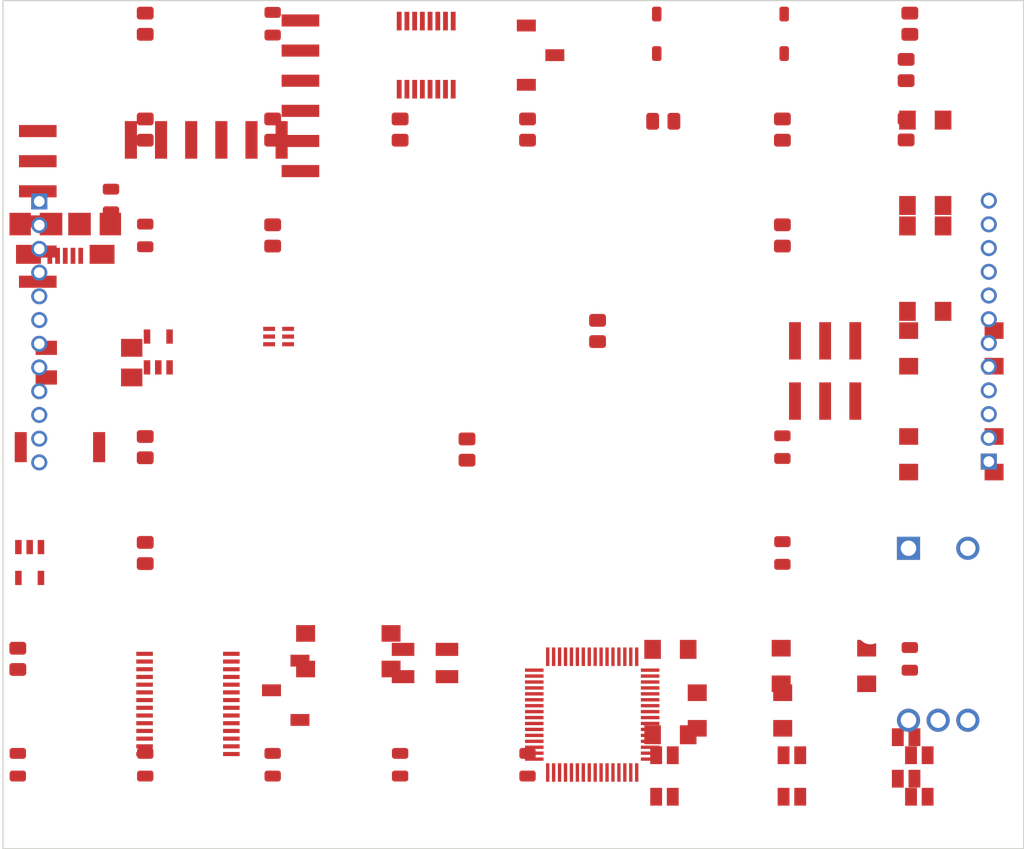
<source format=kicad_pcb>
(kicad_pcb (version 20171130) (host pcbnew "(5.1.4-0-10_14)")
  (layers (0 Top signal) (1 Route2 signal) (2 Route15 signal) (31 Bottom signal) (34 B.Paste user) (35 F.Paste user) (36 B.SilkS user) (37 F.SilkS user) (38 B.Mask user) (39 F.Mask user) (44 Edge.Cuts user))
  (net 0 "")
  (net 1 GND)
  (net 2 3V3)
  (net 3 VBAT)
  (net 4 "Net-(B2-Pad4)")
  (net 5 "Net-(B2-Pad3)")
  (net 6 "Net-(B2-Pad2)")
  (net 7 "Net-(A1-PadFEED)")
  (net 8 "Net-(C14-Pad1)")
  (net 9 "Net-(C15-Pad1)")
  (net 10 "Net-(C11-Pad1)")
  (net 11 "Net-(C13-Pad1)")
  (net 12 "Net-(D6-PadC1)")
  (net 13 /RESET)
  (net 14 /THROTTLE)
  (net 15 /YAW)
  (net 16 /BTN_CENTER)
  (net 17 /BTN_RIGHT)
  (net 18 /BTN_LEFT)
  (net 19 /BTN_UP)
  (net 20 /RXI-0)
  (net 21 /TXO-0)
  (net 22 /E1-B)
  (net 23 /E1-A)
  (net 24 /MISO)
  (net 25 /MOSI)
  (net 26 /SCK)
  (net 27 /BTN_DOWN)
  (net 28 /E1-BUT)
  (net 29 /BTN2/SDA)
  (net 30 /BTN1/SCL)
  (net 31 /PITCH)
  (net 32 /RF)
  (net 33 "Net-(D6-PadA1)")
  (net 34 "Net-(D6-PadA2)")
  (net 35 /ROLL)
  (net 36 /DTR-0)
  (net 37 /VREG_IN)
  (net 38 /RXI)
  (net 39 /FTDI_OUT)
  (net 40 /TXLED)
  (net 41 /RXLED)
  (net 42 /DTR)
  (net 43 /USB_D_N)
  (net 44 /USB_D_P)
  (net 45 /CTS)
  (net 46 /TXO)
  (net 47 "Net-(R7-Pad1)")
  (net 48 /VBUS)
  (net 49 "Net-(B3-Pad1A)")
  (net 50 "Net-(R1-Pad2)")
  (net 51 "Net-(D1-PadC2)")
  (net 52 "Net-(D4-PadC1)")
  (net 53 /RXI-1)
  (net 54 /TXO-1)
  (net 55 "Net-(S2-Pad2)")
  (net 56 /DTR-1)
  (net 57 /CTS-1)
  (net 58 /GREF)
  (net 59 "Net-(D6-PadC2)")
  (net 60 "Net-(D5-PadA2)")
  (net 61 "Net-(D5-PadA1)")
  (net 62 "Net-(D1-PadA1)")
  (net 63 "Net-(D4-PadC2)")
  (module controller_board:2X-SERVO-SMD (layer Top) (at 119.500000 77.225000 90.000000)
    (fp_text reference J7 hide)
    (fp_text value FRSKY-GIMBAL-2X-SERVO-SMD hide)
    (pad 6 smd rect (at 6.55 11.065 180.000000) (size 3.17 1.02) (layers Top F.Mask F.Paste) (net 1 GND))
    (pad V smd rect (at 4.01 11.065 180.000000) (size 3.17 1.02) (layers Top F.Mask F.Paste) (net 14 /THROTTLE))
    (pad 4 smd rect (at 1.47 11.065 180.000000) (size 3.17 1.02) (layers Top F.Mask F.Paste) (net 58 /GREF))
    (pad 3 smd rect (at -1.07 11.065 180.000000) (size 3.17 1.02) (layers Top F.Mask F.Paste) (net 1 GND))
    (pad H smd rect (at -3.61 11.065 180.000000) (size 3.17 1.02) (layers Top F.Mask F.Paste) (net 15 /YAW))
    (pad 1 smd rect (at -6.15 11.065 180.000000) (size 3.17 1.02) (layers Top F.Mask F.Paste) (net 58 /GREF))
  )
  (module controller_board:2X-SERVO-SMD (layer Top) (at 119.500000 86.150000 270.000000)
    (fp_text reference J8 hide)
    (fp_text value FRSKY-GIMBAL-2X-SERVO-SMD hide)
    (pad 6 smd rect (at 6.55 11.065) (size 3.17 1.02) (layers Top F.Mask F.Paste) (net 1 GND))
    (pad V smd rect (at 4.01 11.065) (size 3.17 1.02) (layers Top F.Mask F.Paste) (net 31 /PITCH))
    (pad 4 smd rect (at 1.47 11.065) (size 3.17 1.02) (layers Top F.Mask F.Paste) (net 58 /GREF))
    (pad 3 smd rect (at -1.07 11.065) (size 3.17 1.02) (layers Top F.Mask F.Paste) (net 1 GND))
    (pad H smd rect (at -3.61 11.065) (size 3.17 1.02) (layers Top F.Mask F.Paste) (net 35 /ROLL))
    (pad 1 smd rect (at -6.15 11.065) (size 3.17 1.02) (layers Top F.Mask F.Paste) (net 58 /GREF))
  )
  (module controller_board:USB-MICROA-10118192-0001LF (layer Top) (at 110.750000 89.500000 180.000000)
    (fp_text reference J1 hide)
    (fp_text value USB-MICROA-AMPHENOL-10118192-0001LF hide)
    (pad 9 smd rect (at 1.2 1.659 180.000000) (size 1.9 1.9) (layers Top F.Mask F.Paste) (net 1 GND))
    (pad 8 smd rect (at -3.8 1.659 180.000000) (size 1.8 1.9) (layers Top F.Mask F.Paste) (net 1 GND))
    (pad 7 smd rect (at -3.1 -0.891 180.000000) (size 2.1 1.6) (layers Top F.Mask F.Paste) (net 1 GND))
    (pad 6 smd rect (at 3.1 -0.891 180.000000) (size 2.1 1.6) (layers Top F.Mask F.Paste) (net 1 GND))
    (pad 5 smd rect (at 1.3 -1.016 180.000000) (size 0.4 1.35) (layers Top F.Mask F.Paste) (net 1 GND))
    (pad 4 smd rect (at 0.65 -1.016 180.000000) (size 0.4 1.35) (layers Top F.Mask F.Paste))
    (pad 3 smd rect (at 0 -1.016 180.000000) (size 0.4 1.35) (layers Top F.Mask F.Paste) (net 44 /USB_D_P))
    (pad 2 smd rect (at -0.65 -1.016 180.000000) (size 0.4 1.35) (layers Top F.Mask F.Paste) (net 43 /USB_D_N))
    (pad 11 smd rect (at 3.8 1.659 180.000000) (size 1.8 1.9) (layers Top F.Mask F.Paste) (net 1 GND))
    (pad 10 smd rect (at -1.2 1.659 180.000000) (size 1.9 1.9) (layers Top F.Mask F.Paste) (net 1 GND))
    (pad 1 smd rect (at -1.3 -1.016 180.000000) (size 0.4 1.35) (layers Top F.Mask F.Paste) (net 48 /VBUS))
  )
  (module controller_board:JST-13-PTH (layer Top) (at 188.568000 96.721600 90.000000)
    (fp_text reference J3 hide)
    (fp_text value 2.4K hide)
    (pad V thru_hole circle (at -9.144 0 90.000000) (size 1.35 1.35) (drill 0.9) (layers *.Cu *.Mask) (net 31 /PITCH))
    (pad H thru_hole circle (at -3.144 0 90.000000) (size 1.35 1.35) (drill 0.9) (layers *.Cu *.Mask) (net 35 /ROLL))
    (pad 9 thru_hole circle (at 4.856 0 90.000000) (size 1.35 1.35) (drill 0.9) (layers *.Cu *.Mask))
    (pad 8 thru_hole circle (at 2.856 0 90.000000) (size 1.35 1.35) (drill 0.9) (layers *.Cu *.Mask))
    (pad 7 thru_hole circle (at 0.856 0 90.000000) (size 1.35 1.35) (drill 0.9) (layers *.Cu *.Mask))
    (pad 6 thru_hole circle (at -1.144 0 90.000000) (size 1.35 1.35) (drill 0.9) (layers *.Cu *.Mask) (net 1 GND))
    (pad 4 thru_hole circle (at -5.144 0 90.000000) (size 1.35 1.35) (drill 0.9) (layers *.Cu *.Mask) (net 58 /GREF))
    (pad 3 thru_hole circle (at -7.144 0 90.000000) (size 1.35 1.35) (drill 0.9) (layers *.Cu *.Mask) (net 1 GND))
    (pad 12 thru_hole circle (at 10.856 0 90.000000) (size 1.35 1.35) (drill 0.9) (layers *.Cu *.Mask))
    (pad 11 thru_hole circle (at 8.856 0 90.000000) (size 1.35 1.35) (drill 0.9) (layers *.Cu *.Mask))
    (pad 10 thru_hole circle (at 6.856 0 90.000000) (size 1.35 1.35) (drill 0.9) (layers *.Cu *.Mask))
    (pad 1 thru_hole rect (at -11.144 0 90.000000) (size 1.35 1.35) (drill 0.9) (layers *.Cu *.Mask) (net 58 /GREF))
  )
  (module controller_board:JST-13-PTH (layer Top) (at 108.558000 97.077200 270.000000)
    (fp_text reference J2 hide)
    (fp_text value 2.4K hide)
    (pad V thru_hole circle (at -9.144 0 270.000000) (size 1.35 1.35) (drill 0.9) (layers *.Cu *.Mask) (net 14 /THROTTLE))
    (pad H thru_hole circle (at -3.144 0 270.000000) (size 1.35 1.35) (drill 0.9) (layers *.Cu *.Mask) (net 15 /YAW))
    (pad 9 thru_hole circle (at 4.856 0 270.000000) (size 1.35 1.35) (drill 0.9) (layers *.Cu *.Mask))
    (pad 8 thru_hole circle (at 2.856 0 270.000000) (size 1.35 1.35) (drill 0.9) (layers *.Cu *.Mask))
    (pad 7 thru_hole circle (at 0.856 0 270.000000) (size 1.35 1.35) (drill 0.9) (layers *.Cu *.Mask))
    (pad 6 thru_hole circle (at -1.144 0 270.000000) (size 1.35 1.35) (drill 0.9) (layers *.Cu *.Mask) (net 1 GND))
    (pad 4 thru_hole circle (at -5.144 0 270.000000) (size 1.35 1.35) (drill 0.9) (layers *.Cu *.Mask) (net 58 /GREF))
    (pad 3 thru_hole circle (at -7.144 0 270.000000) (size 1.35 1.35) (drill 0.9) (layers *.Cu *.Mask) (net 1 GND))
    (pad 12 thru_hole circle (at 10.856 0 270.000000) (size 1.35 1.35) (drill 0.9) (layers *.Cu *.Mask))
    (pad 11 thru_hole circle (at 8.856 0 270.000000) (size 1.35 1.35) (drill 0.9) (layers *.Cu *.Mask))
    (pad 10 thru_hole circle (at 6.856 0 270.000000) (size 1.35 1.35) (drill 0.9) (layers *.Cu *.Mask))
    (pad 1 thru_hole rect (at -11.144 0 270.000000) (size 1.35 1.35) (drill 0.9) (layers *.Cu *.Mask) (net 58 /GREF))
  )
  (module controller_board:FTDI-BASIC-SMD (layer Top) (at 122.629600 76.300000)
    (fp_text reference JP1 hide)
    (fp_text value FTDI_BASIC-SMD hide)
    (pad DTR smd rect (at 6.35 4.445 90.000000) (size 3.17 1.02) (layers Top F.Mask F.Paste) (net 56 /DTR-1))
    (pad RXI smd rect (at 3.81 4.445 90.000000) (size 3.17 1.02) (layers Top F.Mask F.Paste) (net 53 /RXI-1))
    (pad TXO smd rect (at 1.27 4.445 90.000000) (size 3.17 1.02) (layers Top F.Mask F.Paste) (net 54 /TXO-1))
    (pad VCC smd rect (at -1.27 4.445 90.000000) (size 3.17 1.02) (layers Top F.Mask F.Paste) (net 2 3V3))
    (pad CTS smd rect (at -3.81 4.445 90.000000) (size 3.17 1.02) (layers Top F.Mask F.Paste) (net 57 /CTS-1))
    (pad GND smd rect (at -6.35 4.445 90.000000) (size 3.17 1.02) (layers Top F.Mask F.Paste) (net 1 GND))
  )
  (module controller_board:WIRE-TERMINAL-1X2-2.5MM-SMD-AVX-009276002021106 (layer Top) (at 112.750000 99.525000)
    (fp_text reference B3 hide)
    (fp_text value BATTERY-SPRING-SMD hide)
    (pad 2A smd rect (at 3.6 -1.25 270.000000) (size 1.5 1.8) (layers Top F.Mask F.Paste) (net 1 GND))
    (pad 1A smd rect (at 3.6 1.25 270.000000) (size 1.5 1.8) (layers Top F.Mask F.Paste) (net 49 "Net-(B3-Pad1A)"))
    (pad 1B smd rect (at -3.6 1.25 270.000000) (size 1.2 1.8) (layers Top F.Mask F.Paste) (net 49 "Net-(B3-Pad1A)"))
    (pad 2B smd rect (at -3.6 -1.25 270.000000) (size 1.2 1.8) (layers Top F.Mask F.Paste) (net 1 GND))
  )
  (module controller_board:ANT-2.4GHZ-6.5X2.2MM (layer Top) (at 110.300000 106.650000 180.000000)
    (fp_text reference A1 hide)
    (fp_text value ANTENNA-CHIP hide)
    (pad NC smd rect (at 3.302 0) (size 1.016 2.54) (layers Top F.Mask F.Paste))
    (pad FEED smd rect (at -3.302 0) (size 1.016 2.54) (layers Top F.Mask F.Paste) (net 7 "Net-(A1-PadFEED)"))
  )
  (module controller_board:SOT23-DBV (layer Top) (at 107.750000 116.375000 180.000000)
    (fp_text reference U1 hide)
    (fp_text value 3.3V hide)
    (pad 5 smd rect (at -0.95 -1.3 180.000000) (size 0.55 1.2) (layers Top F.Mask F.Paste) (net 2 3V3))
    (pad 4 smd rect (at 0.95 -1.3 180.000000) (size 0.55 1.2) (layers Top F.Mask F.Paste))
    (pad 3 smd rect (at 0.95 1.3 180.000000) (size 0.55 1.2) (layers Top F.Mask F.Paste) (net 37 /VREG_IN))
    (pad 2 smd rect (at 0 1.3 180.000000) (size 0.55 1.2) (layers Top F.Mask F.Paste) (net 1 GND))
    (pad 1 smd rect (at -0.95 1.3 180.000000) (size 0.55 1.2) (layers Top F.Mask F.Paste) (net 37 /VREG_IN))
  )
  (module controller_board:CAPC2012X140_HS (layer Top) (at 106.750000 124.500000 90.000000)
    (fp_text reference C17 hide)
    (fp_text value 1uF hide)
    (pad 2 smd roundrect (at 0.895 0 90.000000) (size 1.08 1.42) (layers Top) (roundrect_rratio 0.23) (net 1 GND))
    (pad 1 smd roundrect (at -0.895 0 270.000000) (size 1.08 1.42) (layers Top) (roundrect_rratio 0.23) (net 2 3V3))
  )
  (module controller_board:CAPC2012X140_HS (layer Top) (at 144.601100 106.853600 270.000000)
    (fp_text reference C10 hide)
    (fp_text value 1uF hide)
    (pad 2 smd roundrect (at 0.895 0 270.000000) (size 1.08 1.42) (layers Top) (roundrect_rratio 0.23) (net 1 GND))
    (pad 1 smd roundrect (at -0.895 0 90.000000) (size 1.08 1.42) (layers Top) (roundrect_rratio 0.23) (net 37 /VREG_IN))
  )
  (module controller_board:RESC2012X60_HS (layer Top) (at 106.750000 133.425000 270.000000)
    (fp_text reference R17 hide)
    (fp_text value 510 hide)
    (pad 2 smd roundrect (at 0.955 0 270.000000) (size 0.92 1.38) (layers Top) (net 59 "Net-(D6-PadC2)"))
    (pad 1 smd roundrect (at -0.955 0 90.000000) (size 0.92 1.38) (layers Top) (net 1 GND))
  )
  (module controller_board:RESC2012X60_HS (layer Top) (at 117.487638 133.425000 90.000000)
    (fp_text reference R14 hide)
    (fp_text value 510 hide)
    (pad 2 smd roundrect (at 0.955 0 90.000000) (size 0.92 1.38) (layers Top) (net 2 3V3))
    (pad 1 smd roundrect (at -0.955 0 270.000000) (size 0.92 1.38) (layers Top) (net 61 "Net-(D5-PadA1)"))
  )
  (module controller_board:RESC2012X60_HS (layer Top) (at 128.225275 133.425000 270.000000)
    (fp_text reference R3 hide)
    (fp_text value 510 hide)
    (pad 2 smd roundrect (at 0.955 0 270.000000) (size 0.92 1.38) (layers Top) (net 50 "Net-(R1-Pad2)"))
    (pad 1 smd roundrect (at -0.955 0 90.000000) (size 0.92 1.38) (layers Top) (net 62 "Net-(D1-PadA1)"))
  )
  (module controller_board:RESC2012X60_HS (layer Top) (at 138.962913 133.425000 270.000000)
    (fp_text reference R16 hide)
    (fp_text value 510 hide)
    (pad 2 smd roundrect (at 0.955 0 270.000000) (size 0.92 1.38) (layers Top) (net 63 "Net-(D4-PadC2)"))
    (pad 1 smd roundrect (at -0.955 0 90.000000) (size 0.92 1.38) (layers Top) (net 1 GND))
  )
  (module controller_board:RESC2012X60_HS (layer Top) (at 149.700550 133.425000 90.000000)
    (fp_text reference R13 hide)
    (fp_text value 510 hide)
    (pad 2 smd roundrect (at 0.955 0 90.000000) (size 0.92 1.38) (layers Top) (net 2 3V3))
    (pad 1 smd roundrect (at -0.955 0 270.000000) (size 0.92 1.38) (layers Top) (net 60 "Net-(D5-PadA2)"))
  )
  (module controller_board:LED-2X-LTST-C155 (layer Top) (at 161.238187 134.375000 270.000000)
    (fp_text reference D4 hide)
    (fp_text value LED-2X-GREEN_RED hide)
    (pad C2 smd rect (at 1.75 0.7 270.000000) (size 1.5 1) (layers Top F.Mask F.Paste) (net 63 "Net-(D4-PadC2)"))
    (pad C1 smd rect (at 1.75 -0.7 270.000000) (size 1.5 1) (layers Top F.Mask F.Paste) (net 52 "Net-(D4-PadC1)"))
    (pad A2 smd rect (at -1.75 0.7 270.000000) (size 1.5 1) (layers Top F.Mask F.Paste) (net 2 3V3))
    (pad A1 smd rect (at -1.75 -0.7 270.000000) (size 1.5 1) (layers Top F.Mask F.Paste) (net 32 /RF))
  )
  (module controller_board:LED-2X-LTST-C155 (layer Top) (at 171.975825 134.375000 270.000000)
    (fp_text reference D1 hide)
    (fp_text value LED-2X-GREEN_RED hide)
    (pad C2 smd rect (at 1.75 0.7 270.000000) (size 1.5 1) (layers Top F.Mask F.Paste) (net 51 "Net-(D1-PadC2)"))
    (pad C1 smd rect (at 1.75 -0.7 270.000000) (size 1.5 1) (layers Top F.Mask F.Paste) (net 1 GND))
    (pad A2 smd rect (at -1.75 0.7 270.000000) (size 1.5 1) (layers Top F.Mask F.Paste) (net 48 /VBUS))
    (pad A1 smd rect (at -1.75 -0.7 270.000000) (size 1.5 1) (layers Top F.Mask F.Paste) (net 62 "Net-(D1-PadA1)"))
  )
  (module controller_board:LED-2X-LTST-C155 (layer Top) (at 181.601100 132.853600 270.000000)
    (fp_text reference D5 hide)
    (fp_text value LED-2X-GREEN_RED hide)
    (pad C2 smd rect (at 1.75 0.7 270.000000) (size 1.5 1) (layers Top F.Mask F.Paste) (net 41 /RXLED))
    (pad C1 smd rect (at 1.75 -0.7 270.000000) (size 1.5 1) (layers Top F.Mask F.Paste) (net 40 /TXLED))
    (pad A2 smd rect (at -1.75 0.7 270.000000) (size 1.5 1) (layers Top F.Mask F.Paste) (net 60 "Net-(D5-PadA2)"))
    (pad A1 smd rect (at -1.75 -0.7 270.000000) (size 1.5 1) (layers Top F.Mask F.Paste) (net 61 "Net-(D5-PadA1)"))
  )
  (module controller_board:LED-2X-LTST-C155 (layer Top) (at 182.713462 134.375000 270.000000)
    (fp_text reference D6 hide)
    (fp_text value LED-2X-GREEN_RED hide)
    (pad C2 smd rect (at 1.75 0.7 270.000000) (size 1.5 1) (layers Top F.Mask F.Paste) (net 59 "Net-(D6-PadC2)"))
    (pad C1 smd rect (at 1.75 -0.7 270.000000) (size 1.5 1) (layers Top F.Mask F.Paste) (net 12 "Net-(D6-PadC1)"))
    (pad A2 smd rect (at -1.75 0.7 270.000000) (size 1.5 1) (layers Top F.Mask F.Paste) (net 34 "Net-(D6-PadA2)"))
    (pad A1 smd rect (at -1.75 -0.7 270.000000) (size 1.5 1) (layers Top F.Mask F.Paste) (net 33 "Net-(D6-PadA1)"))
  )
  (module controller_board:RESC2012X60_HS (layer Top) (at 181.913463 124.500000 90.000000)
    (fp_text reference R8 hide)
    (fp_text value 1.2K hide)
    (pad 2 smd roundrect (at 0.955 0 90.000000) (size 0.92 1.38) (layers Top) (net 2 3V3))
    (pad 1 smd roundrect (at -0.955 0 270.000000) (size 0.92 1.38) (layers Top) (net 58 /GREF))
  )
  (module controller_board:BOURNS-PEC12R (layer Top) (at 184.301100 122.175000)
    (fp_text reference E1 hide)
    (fp_text value ROTARY-ENCODER-W_BUTTON-BOURNS-PEC12R-4217F hide)
    (pad C thru_hole circle (at 0 7.5) (size 1.95 1.95) (drill 1.3) (layers *.Cu *.Mask) (net 1 GND))
    (pad BUTB thru_hole circle (at 2.5 -7) (size 1.95 1.95) (drill 1.3) (layers *.Cu *.Mask) (net 1 GND))
    (pad BUTA thru_hole rect (at -2.5 -7) (size 1.95 1.95) (drill 1.3) (layers *.Cu *.Mask) (net 28 /E1-BUT))
    (pad B thru_hole circle (at 2.5 7.5) (size 1.95 1.95) (drill 1.3) (layers *.Cu *.Mask) (net 22 /E1-B))
    (pad A thru_hole circle (at -2.5 7.5) (size 1.95 1.95) (drill 1.3) (layers *.Cu *.Mask) (net 23 /E1-A))
    (pad "" np_thru_hole circle (at 5.7 0) (size 2.2 2.2) (drill 2.2) (layers *.Cu *.Mask))
    (pad "" np_thru_hole circle (at -5.7 0) (size 2.2 2.2) (drill 2.2) (layers *.Cu *.Mask))
  )
  (module controller_board:4.5MM_TACTILE_SWITCH_TL3305AF160QG (layer Top) (at 185.413463 107.250000 180.000000)
    (fp_text reference B6 hide)
    (fp_text value PUSHBUTTON_-4.5X4.5 hide)
    (pad 4 smd rect (at 3.6 -1.5 270.000000) (size 1.4 1.6) (layers Top F.Mask F.Paste) (net 1 GND))
    (pad 3 smd rect (at -3.6 -1.5 270.000000) (size 1.4 1.6) (layers Top F.Mask F.Paste) (net 1 GND))
    (pad 2 smd rect (at 3.6 1.5 270.000000) (size 1.4 1.6) (layers Top F.Mask F.Paste) (net 19 /BTN_UP))
    (pad 1 smd rect (at -3.6 1.5 270.000000) (size 1.4 1.6) (layers Top F.Mask F.Paste) (net 19 /BTN_UP))
  )
  (module controller_board:4.5MM_TACTILE_SWITCH_TL3305AF160QG (layer Top) (at 185.413463 98.325000 180.000000)
    (fp_text reference B10 hide)
    (fp_text value PUSHBUTTON_-4.5X4.5 hide)
    (pad 4 smd rect (at 3.6 -1.5 270.000000) (size 1.4 1.6) (layers Top F.Mask F.Paste) (net 1 GND))
    (pad 3 smd rect (at -3.6 -1.5 270.000000) (size 1.4 1.6) (layers Top F.Mask F.Paste) (net 1 GND))
    (pad 2 smd rect (at 3.6 1.5 270.000000) (size 1.4 1.6) (layers Top F.Mask F.Paste) (net 27 /BTN_DOWN))
    (pad 1 smd rect (at -3.6 1.5 270.000000) (size 1.4 1.6) (layers Top F.Mask F.Paste) (net 27 /BTN_DOWN))
  )
  (module controller_board:4.5MM_TACTILE_SWITCH_TL3305AF160QG (layer Top) (at 183.213462 91.600000 90.000000)
    (fp_text reference B7 hide)
    (fp_text value PUSHBUTTON_-4.5X4.5 hide)
    (pad 4 smd rect (at 3.6 -1.5 180.000000) (size 1.4 1.6) (layers Top F.Mask F.Paste) (net 1 GND))
    (pad 3 smd rect (at -3.6 -1.5 180.000000) (size 1.4 1.6) (layers Top F.Mask F.Paste) (net 1 GND))
    (pad 2 smd rect (at 3.6 1.5 180.000000) (size 1.4 1.6) (layers Top F.Mask F.Paste) (net 18 /BTN_LEFT))
    (pad 1 smd rect (at -3.6 1.5 180.000000) (size 1.4 1.6) (layers Top F.Mask F.Paste) (net 18 /BTN_LEFT))
  )
  (module controller_board:4.5MM_TACTILE_SWITCH_TL3305AF160QG (layer Top) (at 183.213462 82.675000 270.000000)
    (fp_text reference B9 hide)
    (fp_text value PUSHBUTTON_-4.5X4.5 hide)
    (pad 4 smd rect (at 3.6 -1.5) (size 1.4 1.6) (layers Top F.Mask F.Paste) (net 1 GND))
    (pad 3 smd rect (at -3.6 -1.5) (size 1.4 1.6) (layers Top F.Mask F.Paste) (net 1 GND))
    (pad 2 smd rect (at 3.6 1.5) (size 1.4 1.6) (layers Top F.Mask F.Paste) (net 16 /BTN_CENTER))
    (pad 1 smd rect (at -3.6 1.5) (size 1.4 1.6) (layers Top F.Mask F.Paste) (net 16 /BTN_CENTER))
  )
  (module controller_board:4.5MM_TACTILE_SWITCH_TL3305AF160QG (layer Top) (at 167.601100 128.853600 180.000000)
    (fp_text reference B8 hide)
    (fp_text value PUSHBUTTON_-4.5X4.5 hide)
    (pad 4 smd rect (at 3.6 -1.5 270.000000) (size 1.4 1.6) (layers Top F.Mask F.Paste) (net 1 GND))
    (pad 3 smd rect (at -3.6 -1.5 270.000000) (size 1.4 1.6) (layers Top F.Mask F.Paste) (net 1 GND))
    (pad 2 smd rect (at 3.6 1.5 270.000000) (size 1.4 1.6) (layers Top F.Mask F.Paste) (net 17 /BTN_RIGHT))
    (pad 1 smd rect (at -3.6 1.5 270.000000) (size 1.4 1.6) (layers Top F.Mask F.Paste) (net 17 /BTN_RIGHT))
  )
  (module controller_board:CAPC2012X140_HS (layer Top) (at 181.913463 70.950000 270.000000)
    (fp_text reference C4 hide)
    (fp_text value 1uF hide)
    (pad 2 smd roundrect (at 0.895 0 270.000000) (size 1.08 1.42) (layers Top) (roundrect_rratio 0.23) (net 39 /FTDI_OUT))
    (pad 1 smd roundrect (at -0.895 0 90.000000) (size 1.08 1.42) (layers Top) (roundrect_rratio 0.23) (net 1 GND))
  )
  (module controller_board:SOD3716X135_HS (layer Top) (at 171.325825 71.800000 90.000000)
    (fp_text reference D2 hide)
    (fp_text value 360mV hide)
    (pad C smd roundrect (at -1.665 0 270.000000) (size 1.25 0.8) (layers Top) (net 3 VBAT))
    (pad A smd roundrect (at 1.665 0 90.000000) (size 1.25 0.8) (layers Top) (net 48 /VBUS))
  )
  (module controller_board:SOD3716X135_HS (layer Top) (at 160.588187 71.800000 270.000000)
    (fp_text reference D3 hide)
    (fp_text value 360mV hide)
    (pad C smd roundrect (at -1.665 0 90.000000) (size 1.25 0.8) (layers Top) (net 3 VBAT))
    (pad A smd roundrect (at 1.665 0 270.000000) (size 1.25 0.8) (layers Top) (net 49 "Net-(B3-Pad1A)"))
  )
  (module controller_board:JS102011JCQN (layer Top) (at 150.800550 73.600000 270.000000)
    (fp_text reference S2 hide)
    (fp_text value POWER-SWITCH-MFS201N-9-Z-SMD-VERTICAL hide)
    (pad 3 smd rect (at 2.5 1.2 270.000000) (size 1 1.6) (layers Top F.Mask F.Paste) (net 1 GND))
    (pad 2 smd rect (at 0 -1.2 270.000000) (size 1 1.6) (layers Top F.Mask F.Paste) (net 55 "Net-(S2-Pad2)"))
    (pad 1 smd rect (at -2.5 1.2 270.000000) (size 1 1.6) (layers Top F.Mask F.Paste) (net 2 3V3))
  )
  (module controller_board:SOP65P640X110-16 (layer Top) (at 141.162913 73.600000 270.000000)
    (fp_text reference U5 hide)
    (fp_text value DPDT-X2 hide)
    (pad 9 smd rect (at 2.8717 2.275 270.000000) (size 1.5719 0.4068) (layers Top F.Mask F.Paste) (net 53 /RXI-1))
    (pad 8 smd rect (at -2.8717 2.275 270.000000) (size 1.5719 0.4068) (layers Top F.Mask F.Paste) (net 1 GND))
    (pad 7 smd rect (at -2.8717 1.625 270.000000) (size 1.5719 0.4068) (layers Top F.Mask F.Paste) (net 21 /TXO-0))
    (pad 6 smd rect (at -2.8717 0.975 270.000000) (size 1.5719 0.4068) (layers Top F.Mask F.Paste) (net 46 /TXO))
    (pad 5 smd rect (at -2.8717 0.325 270.000000) (size 1.5719 0.4068) (layers Top F.Mask F.Paste) (net 54 /TXO-1))
    (pad 4 smd rect (at -2.8717 -0.325 270.000000) (size 1.5719 0.4068) (layers Top F.Mask F.Paste) (net 55 "Net-(S2-Pad2)"))
    (pad 3 smd rect (at -2.8717 -0.975 270.000000) (size 1.5719 0.4068) (layers Top F.Mask F.Paste))
    (pad 2 smd rect (at -2.8717 -1.625 270.000000) (size 1.5719 0.4068) (layers Top F.Mask F.Paste) (net 45 /CTS))
    (pad 16 smd rect (at 2.8717 -2.275 270.000000) (size 1.5719 0.4068) (layers Top F.Mask F.Paste) (net 2 3V3))
    (pad 15 smd rect (at 2.8717 -1.625 270.000000) (size 1.5719 0.4068) (layers Top F.Mask F.Paste) (net 36 /DTR-0))
    (pad 14 smd rect (at 2.8717 -0.975 270.000000) (size 1.5719 0.4068) (layers Top F.Mask F.Paste) (net 42 /DTR))
    (pad 13 smd rect (at 2.8717 -0.325 270.000000) (size 1.5719 0.4068) (layers Top F.Mask F.Paste) (net 56 /DTR-1))
    (pad 12 smd rect (at 2.8717 0.325 270.000000) (size 1.5719 0.4068) (layers Top F.Mask F.Paste) (net 55 "Net-(S2-Pad2)"))
    (pad 11 smd rect (at 2.8717 0.975 270.000000) (size 1.5719 0.4068) (layers Top F.Mask F.Paste) (net 20 /RXI-0))
    (pad 10 smd rect (at 2.8717 1.625 270.000000) (size 1.5719 0.4068) (layers Top F.Mask F.Paste) (net 38 /RXI))
    (pad 1 smd rect (at -2.8717 -2.275 270.000000) (size 1.5719 0.4068) (layers Top F.Mask F.Paste) (net 57 /CTS-1))
  )
  (module controller_board:RESC2012X60_HS (layer Top) (at 128.225275 70.950000 270.000000)
    (fp_text reference R15 hide)
    (fp_text value 510 hide)
    (pad 2 smd roundrect (at 0.955 0 270.000000) (size 0.92 1.38) (layers Top) (net 52 "Net-(D4-PadC1)"))
    (pad 1 smd roundrect (at -0.955 0 90.000000) (size 0.92 1.38) (layers Top) (net 1 GND))
  )
  (module controller_board:RESC2012X60_HS (layer Top) (at 114.601100 85.853600 90.000000)
    (fp_text reference R7 hide)
    (fp_text value 2.2K hide)
    (pad 2 smd roundrect (at 0.955 0 90.000000) (size 0.92 1.38) (layers Top) (net 1 GND))
    (pad 1 smd roundrect (at -0.955 0 270.000000) (size 0.92 1.38) (layers Top) (net 47 "Net-(R7-Pad1)"))
  )
  (module controller_board:CAPC2012X140_HS (layer Top) (at 117.487638 70.950000 90.000000)
    (fp_text reference C6 hide)
    (fp_text value 10uF hide)
    (pad 2 smd roundrect (at 0.895 0 90.000000) (size 1.08 1.42) (layers Top) (roundrect_rratio 0.23) (net 1 GND))
    (pad 1 smd roundrect (at -0.895 0 270.000000) (size 1.08 1.42) (layers Top) (roundrect_rratio 0.23) (net 49 "Net-(B3-Pad1A)"))
  )
  (module controller_board:CAPC2012X140_HS (layer Top) (at 117.487638 79.875000 270.000000)
    (fp_text reference C5 hide)
    (fp_text value 10uF hide)
    (pad 2 smd roundrect (at 0.895 0 270.000000) (size 1.08 1.42) (layers Top) (roundrect_rratio 0.23) (net 1 GND))
    (pad 1 smd roundrect (at -0.895 0 90.000000) (size 1.08 1.42) (layers Top) (roundrect_rratio 0.23) (net 48 /VBUS))
  )
  (module controller_board:RESC2012X60_HS (layer Top) (at 117.487638 88.800000 90.000000)
    (fp_text reference R1 hide)
    (fp_text value 510 hide)
    (pad 2 smd roundrect (at 0.955 0 90.000000) (size 0.92 1.38) (layers Top) (net 50 "Net-(R1-Pad2)"))
    (pad 1 smd roundrect (at -0.955 0 270.000000) (size 0.92 1.38) (layers Top) (net 51 "Net-(D1-PadC2)"))
  )
  (module controller_board:SOT23-5 (layer Top) (at 118.587637 98.625000)
    (fp_text reference U2 hide)
    (fp_text value MCP73831T-2ACI/OT hide)
    (pad 5 smd rect (at -0.95 -1.3001) (size 0.55 1.2) (layers Top F.Mask F.Paste) (net 47 "Net-(R7-Pad1)"))
    (pad 4 smd rect (at 0.95 -1.3001) (size 0.55 1.2) (layers Top F.Mask F.Paste) (net 48 /VBUS))
    (pad 3 smd rect (at 0.95 1.3001) (size 0.55 1.2) (layers Top F.Mask F.Paste) (net 49 "Net-(B3-Pad1A)"))
    (pad 2 smd rect (at 0 1.3001) (size 0.55 1.2) (layers Top F.Mask F.Paste) (net 1 GND))
    (pad 1 smd rect (at -0.95 1.3001) (size 0.55 1.2) (layers Top F.Mask F.Paste) (net 50 "Net-(R1-Pad2)"))
  )
  (module controller_board:CAPC2012X140_HS (layer Top) (at 117.487638 106.650000 90.000000)
    (fp_text reference C9 hide)
    (fp_text value 0.1uF hide)
    (pad 2 smd roundrect (at 0.895 0 90.000000) (size 1.08 1.42) (layers Top) (roundrect_rratio 0.23) (net 1 GND))
    (pad 1 smd roundrect (at -0.895 0 270.000000) (size 1.08 1.42) (layers Top) (roundrect_rratio 0.23) (net 39 /FTDI_OUT))
  )
  (module controller_board:CAPC2012X140_HS (layer Top) (at 117.487638 115.575000 90.000000)
    (fp_text reference C7 hide)
    (fp_text value 10uF hide)
    (pad 2 smd roundrect (at 0.895 0 90.000000) (size 1.08 1.42) (layers Top) (roundrect_rratio 0.23) (net 1 GND))
    (pad 1 smd roundrect (at -0.895 0 270.000000) (size 1.08 1.42) (layers Top) (roundrect_rratio 0.23) (net 37 /VREG_IN))
  )
  (module controller_board:CAPC2012X140_HS (layer Top) (at 155.601100 96.853600 270.000000)
    (fp_text reference C8 hide)
    (fp_text value 0.1uF hide)
    (pad 2 smd roundrect (at 0.895 0 270.000000) (size 1.08 1.42) (layers Top) (roundrect_rratio 0.23) (net 1 GND))
    (pad 1 smd roundrect (at -0.895 0 90.000000) (size 1.08 1.42) (layers Top) (roundrect_rratio 0.23) (net 37 /VREG_IN))
  )
  (module controller_board:SSOP28DB (layer Top) (at 121.087638 128.300000 90.000000)
    (fp_text reference U3 hide)
    (fp_text value FT232RLSSOP hide)
    (pad 9 smd rect (at 0.975 3.656 90.000000) (size 0.348 1.397) (layers Top F.Mask F.Paste))
    (pad 8 smd rect (at 0.325 3.656 90.000000) (size 0.348 1.397) (layers Top F.Mask F.Paste))
    (pad 7 smd rect (at -0.325 3.656 90.000000) (size 0.348 1.397) (layers Top F.Mask F.Paste) (net 1 GND))
    (pad 6 smd rect (at -0.975 3.656 90.000000) (size 0.348 1.397) (layers Top F.Mask F.Paste))
    (pad 5 smd rect (at -1.625 3.656 90.000000) (size 0.348 1.397) (layers Top F.Mask F.Paste) (net 38 /RXI))
    (pad 4 smd rect (at -2.275 3.656 90.000000) (size 0.348 1.397) (layers Top F.Mask F.Paste) (net 39 /FTDI_OUT))
    (pad 3 smd rect (at -2.925 3.656 90.000000) (size 0.348 1.397) (layers Top F.Mask F.Paste))
    (pad 28 smd rect (at -4.225 -3.656 90.000000) (size 0.348 1.397) (layers Top F.Mask F.Paste))
    (pad 27 smd rect (at -3.575 -3.656 90.000000) (size 0.348 1.397) (layers Top F.Mask F.Paste))
    (pad 26 smd rect (at -2.925 -3.656 90.000000) (size 0.348 1.397) (layers Top F.Mask F.Paste) (net 1 GND))
    (pad 25 smd rect (at -2.275 -3.656 90.000000) (size 0.348 1.397) (layers Top F.Mask F.Paste) (net 1 GND))
    (pad 24 smd rect (at -1.625 -3.656 90.000000) (size 0.348 1.397) (layers Top F.Mask F.Paste))
    (pad 23 smd rect (at -0.975 -3.656 90.000000) (size 0.348 1.397) (layers Top F.Mask F.Paste) (net 40 /TXLED))
    (pad 22 smd rect (at -0.325 -3.656 90.000000) (size 0.348 1.397) (layers Top F.Mask F.Paste) (net 41 /RXLED))
    (pad 21 smd rect (at 0.325 -3.656 90.000000) (size 0.348 1.397) (layers Top F.Mask F.Paste) (net 1 GND))
    (pad 20 smd rect (at 0.975 -3.656 90.000000) (size 0.348 1.397) (layers Top F.Mask F.Paste) (net 37 /VREG_IN))
    (pad 2 smd rect (at -3.575 3.656 90.000000) (size 0.348 1.397) (layers Top F.Mask F.Paste) (net 42 /DTR))
    (pad 19 smd rect (at 1.625 -3.656 90.000000) (size 0.348 1.397) (layers Top F.Mask F.Paste))
    (pad 18 smd rect (at 2.275 -3.656 90.000000) (size 0.348 1.397) (layers Top F.Mask F.Paste) (net 1 GND))
    (pad 17 smd rect (at 2.925 -3.656 90.000000) (size 0.348 1.397) (layers Top F.Mask F.Paste) (net 39 /FTDI_OUT))
    (pad 16 smd rect (at 3.575 -3.656 90.000000) (size 0.348 1.397) (layers Top F.Mask F.Paste) (net 43 /USB_D_N))
    (pad 15 smd rect (at 4.225 -3.656 90.000000) (size 0.348 1.397) (layers Top F.Mask F.Paste) (net 44 /USB_D_P))
    (pad 14 smd rect (at 4.225 3.656 90.000000) (size 0.348 1.397) (layers Top F.Mask F.Paste))
    (pad 13 smd rect (at 3.575 3.656 90.000000) (size 0.348 1.397) (layers Top F.Mask F.Paste))
    (pad 12 smd rect (at 2.925 3.656 90.000000) (size 0.348 1.397) (layers Top F.Mask F.Paste))
    (pad 11 smd rect (at 2.275 3.656 90.000000) (size 0.348 1.397) (layers Top F.Mask F.Paste) (net 45 /CTS))
    (pad 10 smd rect (at 1.625 3.656 90.000000) (size 0.348 1.397) (layers Top F.Mask F.Paste))
    (pad 1 smd rect (at -4.225 3.656 90.000000) (size 0.348 1.397) (layers Top F.Mask F.Paste) (net 46 /TXO))
  )
  (module controller_board:JS102011JCQN (layer Top) (at 129.325275 127.150000 90.000000)
    (fp_text reference S1 hide)
    (fp_text value POWER-SWITCH-MFS201N-9-Z-SMD-VERTICAL hide)
    (pad 3 smd rect (at 2.5 1.2 90.000000) (size 1 1.6) (layers Top F.Mask F.Paste))
    (pad 2 smd rect (at 0 -1.2 90.000000) (size 1 1.6) (layers Top F.Mask F.Paste) (net 3 VBAT))
    (pad 1 smd rect (at -2.5 1.2 90.000000) (size 1 1.6) (layers Top F.Mask F.Paste) (net 37 /VREG_IN))
  )
  (module controller_board:CRYSTAL-SMD-5X3 (layer Top) (at 141.062912 124.850000 180.000000)
    (fp_text reference Y1 hide)
    (fp_text value CRYSTAL5X3 hide)
    (pad 4 smd rect (at -1.85 -1.15 180.000000) (size 1.9 1.1) (layers Top F.Mask F.Paste))
    (pad 3 smd rect (at 1.85 -1.15 180.000000) (size 1.9 1.1) (layers Top F.Mask F.Paste) (net 8 "Net-(C14-Pad1)"))
    (pad 2 smd rect (at 1.85 1.15 180.000000) (size 1.9 1.1) (layers Top F.Mask F.Paste))
    (pad 1 smd rect (at -1.85 1.15 180.000000) (size 1.9 1.1) (layers Top F.Mask F.Paste) (net 9 "Net-(C15-Pad1)"))
  )
  (module controller_board:QFN-64 (layer Top) (at 155.150550 129.200000)
    (fp_text reference U4 hide)
    (fp_text value ATMEGA128RFA1 hide)
    (pad 9 smd rect (at -4.881 0.25 270.000000) (size 0.28 1.562) (layers Top F.Mask F.Paste) (net 5 "Net-(B2-Pad3)"))
    (pad 8 smd rect (at -4.881 -0.25 270.000000) (size 0.28 1.562) (layers Top F.Mask F.Paste) (net 4 "Net-(B2-Pad4)"))
    (pad 7 smd rect (at -4.881 -0.75 270.000000) (size 0.28 1.562) (layers Top F.Mask F.Paste) (net 1 GND))
    (pad 64 smd rect (at -3.75 -4.881) (size 0.28 1.562) (layers Top F.Mask F.Paste) (net 14 /THROTTLE))
    (pad 63 smd rect (at -3.25 -4.881) (size 0.28 1.562) (layers Top F.Mask F.Paste) (net 15 /YAW))
    (pad 62 smd rect (at -2.75 -4.881) (size 0.28 1.562) (layers Top F.Mask F.Paste))
    (pad 61 smd rect (at -2.25 -4.881) (size 0.28 1.562) (layers Top F.Mask F.Paste) (net 1 GND))
    (pad 60 smd rect (at -1.75 -4.881) (size 0.28 1.562) (layers Top F.Mask F.Paste) (net 11 "Net-(C13-Pad1)"))
    (pad 6 smd rect (at -4.881 -1.25 270.000000) (size 0.28 1.562) (layers Top F.Mask F.Paste))
    (pad 59 smd rect (at -1.25 -4.881) (size 0.28 1.562) (layers Top F.Mask F.Paste) (net 2 3V3))
    (pad 58 smd rect (at -0.75 -4.881) (size 0.28 1.562) (layers Top F.Mask F.Paste) (net 1 GND))
    (pad 57 smd rect (at -0.25 -4.881) (size 0.28 1.562) (layers Top F.Mask F.Paste) (net 8 "Net-(C14-Pad1)"))
    (pad 56 smd rect (at 0.25 -4.881) (size 0.28 1.562) (layers Top F.Mask F.Paste) (net 9 "Net-(C15-Pad1)"))
    (pad 55 smd rect (at 0.75 -4.881) (size 0.28 1.562) (layers Top F.Mask F.Paste) (net 1 GND))
    (pad 54 smd rect (at 1.25 -4.881) (size 0.28 1.562) (layers Top F.Mask F.Paste) (net 2 3V3))
    (pad 53 smd rect (at 1.75 -4.881) (size 0.28 1.562) (layers Top F.Mask F.Paste) (net 16 /BTN_CENTER))
    (pad 52 smd rect (at 2.25 -4.881) (size 0.28 1.562) (layers Top F.Mask F.Paste) (net 17 /BTN_RIGHT))
    (pad 51 smd rect (at 2.75 -4.881) (size 0.28 1.562) (layers Top F.Mask F.Paste) (net 18 /BTN_LEFT))
    (pad 50 smd rect (at 3.25 -4.881) (size 0.28 1.562) (layers Top F.Mask F.Paste) (net 19 /BTN_UP))
    (pad 5 smd rect (at -4.881 -1.75 270.000000) (size 0.28 1.562) (layers Top F.Mask F.Paste))
    (pad 49 smd rect (at 3.75 -4.881) (size 0.28 1.562) (layers Top F.Mask F.Paste))
    (pad 48 smd rect (at 4.881 -3.75 90.000000) (size 0.28 1.562) (layers Top F.Mask F.Paste))
    (pad 47 smd rect (at 4.881 -3.25 90.000000) (size 0.28 1.562) (layers Top F.Mask F.Paste) (net 20 /RXI-0))
    (pad 46 smd rect (at 4.881 -2.75 90.000000) (size 0.28 1.562) (layers Top F.Mask F.Paste) (net 21 /TXO-0))
    (pad 45 smd rect (at 4.881 -2.25 90.000000) (size 0.28 1.562) (layers Top F.Mask F.Paste) (net 1 GND))
    (pad 44 smd rect (at 4.881 -1.75 90.000000) (size 0.28 1.562) (layers Top F.Mask F.Paste) (net 2 3V3))
    (pad 43 smd rect (at 4.881 -1.25 90.000000) (size 0.28 1.562) (layers Top F.Mask F.Paste))
    (pad 42 smd rect (at 4.881 -0.75 90.000000) (size 0.28 1.562) (layers Top F.Mask F.Paste))
    (pad 41 smd rect (at 4.881 -0.25 90.000000) (size 0.28 1.562) (layers Top F.Mask F.Paste) (net 22 /E1-B))
    (pad 40 smd rect (at 4.881 0.25 90.000000) (size 0.28 1.562) (layers Top F.Mask F.Paste) (net 23 /E1-A))
    (pad 4 smd rect (at -4.881 -2.25 270.000000) (size 0.28 1.562) (layers Top F.Mask F.Paste))
    (pad 39 smd rect (at 4.881 0.75 90.000000) (size 0.28 1.562) (layers Top F.Mask F.Paste) (net 24 /MISO))
    (pad 38 smd rect (at 4.881 1.25 90.000000) (size 0.28 1.562) (layers Top F.Mask F.Paste) (net 25 /MOSI))
    (pad 37 smd rect (at 4.881 1.75 90.000000) (size 0.28 1.562) (layers Top F.Mask F.Paste) (net 26 /SCK))
    (pad 36 smd rect (at 4.881 2.25 90.000000) (size 0.28 1.562) (layers Top F.Mask F.Paste))
    (pad 35 smd rect (at 4.881 2.75 90.000000) (size 0.28 1.562) (layers Top F.Mask F.Paste) (net 1 GND))
    (pad 34 smd rect (at 4.881 3.25 90.000000) (size 0.28 1.562) (layers Top F.Mask F.Paste) (net 2 3V3))
    (pad 33 smd rect (at 4.881 3.75 90.000000) (size 0.28 1.562) (layers Top F.Mask F.Paste) (net 1 GND))
    (pad 32 smd rect (at 3.75 4.881) (size 0.28 1.562) (layers Top F.Mask F.Paste))
    (pad 31 smd rect (at 3.25 4.881) (size 0.28 1.562) (layers Top F.Mask F.Paste))
    (pad 30 smd rect (at 2.75 4.881) (size 0.28 1.562) (layers Top F.Mask F.Paste))
    (pad 3 smd rect (at -4.881 -2.75 270.000000) (size 0.28 1.562) (layers Top F.Mask F.Paste))
    (pad 29 smd rect (at 2.25 4.881) (size 0.28 1.562) (layers Top F.Mask F.Paste))
    (pad 28 smd rect (at 1.75 4.881 180.000000) (size 0.28 1.562) (layers Top F.Mask F.Paste) (net 27 /BTN_DOWN))
    (pad 27 smd rect (at 1.25 4.881 180.000000) (size 0.28 1.562) (layers Top F.Mask F.Paste) (net 28 /E1-BUT))
    (pad 26 smd rect (at 0.75 4.881 180.000000) (size 0.28 1.562) (layers Top F.Mask F.Paste) (net 29 /BTN2/SDA))
    (pad 25 smd rect (at 0.25 4.881 180.000000) (size 0.28 1.562) (layers Top F.Mask F.Paste) (net 30 /BTN1/SCL))
    (pad 24 smd rect (at -0.25 4.881 180.000000) (size 0.28 1.562) (layers Top F.Mask F.Paste) (net 1 GND))
    (pad 23 smd rect (at -0.75 4.881 180.000000) (size 0.28 1.562) (layers Top F.Mask F.Paste) (net 2 3V3))
    (pad 22 smd rect (at -1.25 4.881 180.000000) (size 0.28 1.562) (layers Top F.Mask F.Paste) (net 10 "Net-(C11-Pad1)"))
    (pad 21 smd rect (at -1.75 4.881 180.000000) (size 0.28 1.562) (layers Top F.Mask F.Paste) (net 10 "Net-(C11-Pad1)"))
    (pad 20 smd rect (at -2.25 4.881 180.000000) (size 0.28 1.562) (layers Top F.Mask F.Paste) (net 1 GND))
    (pad 2 smd rect (at -4.881 -3.25 270.000000) (size 0.28 1.562) (layers Top F.Mask F.Paste) (net 31 /PITCH))
    (pad 19 smd rect (at -2.75 4.881 180.000000) (size 0.28 1.562) (layers Top F.Mask F.Paste))
    (pad 18 smd rect (at -3.25 4.881 180.000000) (size 0.28 1.562) (layers Top F.Mask F.Paste))
    (pad 17 smd rect (at -3.75 4.881 180.000000) (size 0.28 1.562) (layers Top F.Mask F.Paste))
    (pad 16 smd rect (at -4.881 3.75 90.000000) (size 0.28 1.562) (layers Top F.Mask F.Paste) (net 32 /RF))
    (pad 15 smd rect (at -4.881 3.25 90.000000) (size 0.28 1.562) (layers Top F.Mask F.Paste) (net 33 "Net-(D6-PadA1)"))
    (pad 14 smd rect (at -4.881 2.75 270.000000) (size 0.28 1.562) (layers Top F.Mask F.Paste) (net 34 "Net-(D6-PadA2)"))
    (pad 13 smd rect (at -4.881 2.25 270.000000) (size 0.28 1.562) (layers Top F.Mask F.Paste))
    (pad 12 smd rect (at -4.881 1.75 270.000000) (size 0.28 1.562) (layers Top F.Mask F.Paste) (net 13 /RESET))
    (pad 11 smd rect (at -4.881 1.25 270.000000) (size 0.28 1.562) (layers Top F.Mask F.Paste) (net 1 GND))
    (pad 10 smd rect (at -4.881 0.75 270.000000) (size 0.28 1.562) (layers Top F.Mask F.Paste) (net 1 GND))
    (pad 1 smd rect (at -4.881 -3.75 270.000000) (size 0.28 1.562) (layers Top F.Mask F.Paste) (net 35 /ROLL))
  )
  (module controller_board:4.5MM_TACTILE_SWITCH_TL3305AF160QG (layer Top) (at 161.738187 127.300000 90.000000)
    (fp_text reference B1 hide)
    (fp_text value PUSHBUTTON_-4.5X4.5 hide)
    (pad 4 smd rect (at 3.6 -1.5 180.000000) (size 1.4 1.6) (layers Top F.Mask F.Paste) (net 1 GND))
    (pad 3 smd rect (at -3.6 -1.5 180.000000) (size 1.4 1.6) (layers Top F.Mask F.Paste) (net 1 GND))
    (pad 2 smd rect (at 3.6 1.5 180.000000) (size 1.4 1.6) (layers Top F.Mask F.Paste) (net 13 /RESET))
    (pad 1 smd rect (at -3.6 1.5 180.000000) (size 1.4 1.6) (layers Top F.Mask F.Paste) (net 13 /RESET))
  )
  (module controller_board:4.5MM_TACTILE_SWITCH_TL3305AF160QG (layer Top) (at 134.601100 123.853600 180.000000)
    (fp_text reference B4 hide)
    (fp_text value PUSHBUTTON_-4.5X4.5 hide)
    (pad 4 smd rect (at 3.6 -1.5 270.000000) (size 1.4 1.6) (layers Top F.Mask F.Paste) (net 30 /BTN1/SCL))
    (pad 3 smd rect (at -3.6 -1.5 270.000000) (size 1.4 1.6) (layers Top F.Mask F.Paste) (net 30 /BTN1/SCL))
    (pad 2 smd rect (at 3.6 1.5 270.000000) (size 1.4 1.6) (layers Top F.Mask F.Paste) (net 1 GND))
    (pad 1 smd rect (at -3.6 1.5 270.000000) (size 1.4 1.6) (layers Top F.Mask F.Paste) (net 1 GND))
  )
  (module controller_board:4.5MM_TACTILE_SWITCH_TL3305AF160QG (layer Top) (at 174.675825 125.100000 180.000000)
    (fp_text reference B5 hide)
    (fp_text value PUSHBUTTON_-4.5X4.5 hide)
    (pad 4 smd rect (at 3.6 -1.5 270.000000) (size 1.4 1.6) (layers Top F.Mask F.Paste) (net 29 /BTN2/SDA))
    (pad 3 smd rect (at -3.6 -1.5 270.000000) (size 1.4 1.6) (layers Top F.Mask F.Paste) (net 29 /BTN2/SDA))
    (pad 2 smd rect (at 3.6 1.5 270.000000) (size 1.4 1.6) (layers Top F.Mask F.Paste) (net 1 GND))
    (pad 1 smd rect (at -3.6 1.5 270.000000) (size 1.4 1.6) (layers Top F.Mask F.Paste) (net 1 GND))
  )
  (module controller_board:RESC2012X60_HS (layer Top) (at 171.175825 115.575000 90.000000)
    (fp_text reference R2 hide)
    (fp_text value 10K hide)
    (pad 2 smd roundrect (at 0.955 0 90.000000) (size 0.92 1.38) (layers Top) (net 2 3V3))
    (pad 1 smd roundrect (at -0.955 0 270.000000) (size 0.92 1.38) (layers Top) (net 13 /RESET))
  )
  (module controller_board:RESC2012X60_HS (layer Top) (at 171.175825 106.650000 270.000000)
    (fp_text reference R18 hide)
    (fp_text value 510 hide)
    (pad 2 smd roundrect (at 0.955 0 270.000000) (size 0.92 1.38) (layers Top) (net 12 "Net-(D6-PadC1)"))
    (pad 1 smd roundrect (at -0.955 0 90.000000) (size 0.92 1.38) (layers Top) (net 1 GND))
  )
  (module controller_board:2X3-SMD (layer Top) (at 174.775825 100.225000 180.000000)
    (fp_text reference J4 hide)
    (fp_text value AVR_SPI_PRG_6-SMD hide)
    (pad 6 smd rect (at 2.54 -2.54 180.000000) (size 1 3.15) (layers Top F.Mask F.Paste) (net 1 GND))
    (pad 5 smd rect (at 2.54 2.54 180.000000) (size 1 3.15) (layers Top F.Mask F.Paste) (net 13 /RESET))
    (pad 4 smd rect (at 0 -2.54 180.000000) (size 1 3.15) (layers Top F.Mask F.Paste) (net 25 /MOSI))
    (pad 3 smd rect (at 0 2.54 180.000000) (size 1 3.15) (layers Top F.Mask F.Paste) (net 26 /SCK))
    (pad 2 smd rect (at -2.54 -2.54 180.000000) (size 1 3.15) (layers Top F.Mask F.Paste) (net 2 3V3))
    (pad 1 smd rect (at -2.54 2.54 180.000000) (size 1 3.15) (layers Top F.Mask F.Paste) (net 24 /MISO))
  )
  (module controller_board:CAPC2012X140_HS (layer Top) (at 171.175825 88.800000 90.000000)
    (fp_text reference C1 hide)
    (fp_text value 0.1uF hide)
    (pad 2 smd roundrect (at 0.895 0 90.000000) (size 1.08 1.42) (layers Top) (roundrect_rratio 0.23) (net 36 /DTR-0))
    (pad 1 smd roundrect (at -0.895 0 270.000000) (size 1.08 1.42) (layers Top) (roundrect_rratio 0.23) (net 13 /RESET))
  )
  (module controller_board:CAPC2012X140_HS (layer Top) (at 181.601100 79.853600 270.000000)
    (fp_text reference C16 hide)
    (fp_text value 1uF hide)
    (pad 2 smd roundrect (at 0.895 0 270.000000) (size 1.08 1.42) (layers Top) (roundrect_rratio 0.23) (net 1 GND))
    (pad 1 smd roundrect (at -0.895 0 90.000000) (size 1.08 1.42) (layers Top) (roundrect_rratio 0.23) (net 2 3V3))
  )
  (module controller_board:CAPC2012X140_HS (layer Top) (at 171.175825 79.875000 270.000000)
    (fp_text reference C12 hide)
    (fp_text value 1uF hide)
    (pad 2 smd roundrect (at 0.895 0 270.000000) (size 1.08 1.42) (layers Top) (roundrect_rratio 0.23) (net 1 GND))
    (pad 1 smd roundrect (at -0.895 0 90.000000) (size 1.08 1.42) (layers Top) (roundrect_rratio 0.23) (net 2 3V3))
  )
  (module controller_board:CAPC2012X140_HS (layer Top) (at 161.138187 79.175000)
    (fp_text reference C2 hide)
    (fp_text value 0.75pF hide)
    (pad 2 smd roundrect (at 0.895 0) (size 1.08 1.42) (layers Top) (roundrect_rratio 0.23) (net 1 GND))
    (pad 1 smd roundrect (at -0.895 0 180.000000) (size 1.08 1.42) (layers Top) (roundrect_rratio 0.23) (net 7 "Net-(A1-PadFEED)"))
  )
  (module controller_board:CAPC2012X140_HS (layer Top) (at 149.700550 79.875000 270.000000)
    (fp_text reference C13 hide)
    (fp_text value 1uF hide)
    (pad 2 smd roundrect (at 0.895 0 270.000000) (size 1.08 1.42) (layers Top) (roundrect_rratio 0.23) (net 1 GND))
    (pad 1 smd roundrect (at -0.895 0 90.000000) (size 1.08 1.42) (layers Top) (roundrect_rratio 0.23) (net 11 "Net-(C13-Pad1)"))
  )
  (module controller_board:CAPC2012X140_HS (layer Top) (at 138.962913 79.875000 270.000000)
    (fp_text reference C11 hide)
    (fp_text value 1uF hide)
    (pad 2 smd roundrect (at 0.895 0 270.000000) (size 1.08 1.42) (layers Top) (roundrect_rratio 0.23) (net 1 GND))
    (pad 1 smd roundrect (at -0.895 0 90.000000) (size 1.08 1.42) (layers Top) (roundrect_rratio 0.23) (net 10 "Net-(C11-Pad1)"))
  )
  (module controller_board:CAPC2012X140_HS (layer Top) (at 181.601100 74.853600 90.000000)
    (fp_text reference C15 hide)
    (fp_text value 12pF hide)
    (pad 2 smd roundrect (at 0.895 0 90.000000) (size 1.08 1.42) (layers Top) (roundrect_rratio 0.23) (net 1 GND))
    (pad 1 smd roundrect (at -0.895 0 270.000000) (size 1.08 1.42) (layers Top) (roundrect_rratio 0.23) (net 9 "Net-(C15-Pad1)"))
  )
  (module controller_board:CAPC2012X140_HS (layer Top) (at 128.225275 79.875000 90.000000)
    (fp_text reference C14 hide)
    (fp_text value 12pF hide)
    (pad 2 smd roundrect (at 0.895 0 90.000000) (size 1.08 1.42) (layers Top) (roundrect_rratio 0.23) (net 1 GND))
    (pad 1 smd roundrect (at -0.895 0 270.000000) (size 1.08 1.42) (layers Top) (roundrect_rratio 0.23) (net 8 "Net-(C14-Pad1)"))
  )
  (module controller_board:CAPC2012X140_HS (layer Top) (at 128.225275 88.800000 270.000000)
    (fp_text reference C3 hide)
    (fp_text value 22pF hide)
    (pad 2 smd roundrect (at 0.895 0 270.000000) (size 1.08 1.42) (layers Top) (roundrect_rratio 0.23) (net 6 "Net-(B2-Pad2)"))
    (pad 1 smd roundrect (at -0.895 0 90.000000) (size 1.08 1.42) (layers Top) (roundrect_rratio 0.23) (net 1 GND))
  )
  (module controller_board:BALUN (layer Top) (at 128.725275 97.325000 270.000000)
    (fp_text reference B2 hide)
    (fp_text value BALUN0805 hide)
    (pad 6 smd rect (at -0.65 -0.8 270.000000) (size 0.35 1) (layers Top F.Mask F.Paste))
    (pad 5 smd rect (at 0 -0.8 270.000000) (size 0.35 1) (layers Top F.Mask F.Paste) (net 1 GND))
    (pad 4 smd rect (at 0.65 -0.8 270.000000) (size 0.35 1) (layers Top F.Mask F.Paste) (net 4 "Net-(B2-Pad4)"))
    (pad 3 smd rect (at 0.65 0.8 270.000000) (size 0.35 1) (layers Top F.Mask F.Paste) (net 5 "Net-(B2-Pad3)"))
    (pad 2 smd rect (at 0 0.8 270.000000) (size 0.35 1) (layers Top F.Mask F.Paste) (net 6 "Net-(B2-Pad2)"))
    (pad 1 smd rect (at -0.65 0.8 270.000000) (size 0.35 1) (layers Top F.Mask F.Paste) (net 7 "Net-(A1-PadFEED)"))
  )
  (gr_line (start 105.5 140.5) (end 191.5011 140.5) (layer Edge.Cuts) (width 0.1))
  (gr_line (start 105.5 69) (end 191.5011 69) (layer Edge.Cuts) (width 0.1))
  (gr_line (start 191.5011 69) (end 191.5011 140.5) (layer Edge.Cuts) (width 0.1))
  (gr_line (start 105.5 140.5) (end 105.5 69) (layer Edge.Cuts) (width 0.1))
)
</source>
